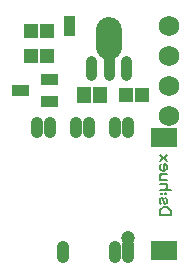
<source format=gbs>
G04 Layer: BottomSolderMaskLayer*
G04 EasyEDA v6.1.51, Sun, 16 Jun 2019 04:45:57 GMT*
G04 01268da5a8234bf897f73133ac2f115b,46bf6a40d4384fdb86bc8fc37bf60e4c,10*
G04 Gerber Generator version 0.2*
G04 Scale: 100 percent, Rotated: No, Reflected: No *
G04 Dimensions in millimeters *
G04 leading zeros omitted , absolute positions ,3 integer and 3 decimal *
%FSLAX33Y33*%
%MOMM*%
G90*
G71D02*

%ADD29C,0.150012*%
%ADD30C,1.727200*%
%ADD34R,1.203198X1.303198*%
%ADD36C,1.203198*%
%ADD37C,2.203196*%
%ADD38C,0.903199*%
%ADD39C,1.003198*%

%LPD*%
G54D37*
G01X8763Y18259D02*
G01X8763Y19759D01*
G54D38*
G01X8763Y15909D02*
G01X8763Y17309D01*
G01X7261Y15910D02*
G01X7261Y17109D01*
G01X10264Y15910D02*
G01X10264Y17109D01*
G54D39*
G01X10414Y1523D02*
G01X10414Y523D01*
G01X9314Y1323D02*
G01X9314Y523D01*
G01X4914Y1323D02*
G01X4914Y523D01*
G01X2713Y11083D02*
G01X2713Y11883D01*
G01X3813Y11083D02*
G01X3813Y11883D01*
G01X6013Y11083D02*
G01X6013Y11883D01*
G01X7114Y11083D02*
G01X7114Y11883D01*
G01X9313Y11083D02*
G01X9313Y11883D01*
G01X10414Y11083D02*
G01X10414Y11883D01*
G54D29*
G01X14035Y4071D02*
G01X13080Y4071D01*
G01X14035Y4071D02*
G01X14035Y4389D01*
G01X13990Y4526D01*
G01X13898Y4617D01*
G01X13807Y4663D01*
G01X13672Y4709D01*
G01X13444Y4709D01*
G01X13307Y4663D01*
G01X13218Y4617D01*
G01X13126Y4526D01*
G01X13080Y4389D01*
G01X13080Y4071D01*
G01X13581Y5506D02*
G01X13672Y5463D01*
G01X13715Y5326D01*
G01X13715Y5189D01*
G01X13672Y5054D01*
G01X13581Y5008D01*
G01X13489Y5054D01*
G01X13444Y5143D01*
G01X13398Y5372D01*
G01X13352Y5463D01*
G01X13263Y5506D01*
G01X13218Y5506D01*
G01X13126Y5463D01*
G01X13080Y5326D01*
G01X13080Y5189D01*
G01X13126Y5054D01*
G01X13218Y5008D01*
G01X13627Y5854D02*
G01X13581Y5808D01*
G01X13535Y5854D01*
G01X13581Y5897D01*
G01X13627Y5854D01*
G01X13307Y5854D02*
G01X13263Y5808D01*
G01X13218Y5854D01*
G01X13263Y5897D01*
G01X13307Y5854D01*
G01X14035Y6200D02*
G01X13080Y6200D01*
G01X13535Y6200D02*
G01X13672Y6334D01*
G01X13715Y6426D01*
G01X13715Y6563D01*
G01X13672Y6652D01*
G01X13535Y6697D01*
G01X13080Y6697D01*
G01X13715Y6997D02*
G01X13263Y6997D01*
G01X13126Y7043D01*
G01X13080Y7134D01*
G01X13080Y7272D01*
G01X13126Y7363D01*
G01X13263Y7498D01*
G01X13715Y7498D02*
G01X13080Y7498D01*
G01X13444Y7797D02*
G01X13444Y8343D01*
G01X13535Y8343D01*
G01X13627Y8298D01*
G01X13672Y8252D01*
G01X13715Y8163D01*
G01X13715Y8026D01*
G01X13672Y7934D01*
G01X13581Y7843D01*
G01X13444Y7797D01*
G01X13352Y7797D01*
G01X13218Y7843D01*
G01X13126Y7934D01*
G01X13080Y8026D01*
G01X13080Y8163D01*
G01X13126Y8252D01*
G01X13218Y8343D01*
G01X13715Y8643D02*
G01X13080Y9144D01*
G01X13715Y9144D02*
G01X13080Y8643D01*
G54D30*
G01X13843Y20066D03*
G01X13843Y17526D03*
G01X13843Y14986D03*
G01X13843Y12446D03*
G36*
G01X5034Y19240D02*
G01X5034Y20043D01*
G01X5887Y20043D01*
G01X5887Y19240D01*
G01X5034Y19240D01*
G37*
G36*
G01X5034Y20088D02*
G01X5034Y20891D01*
G01X5887Y20891D01*
G01X5887Y20088D01*
G01X5034Y20088D01*
G37*
G36*
G01X12359Y241D02*
G01X12359Y1844D01*
G01X14564Y1844D01*
G01X14564Y241D01*
G01X12359Y241D01*
G37*
G36*
G01X12359Y9839D02*
G01X12359Y11442D01*
G01X14564Y11442D01*
G01X14564Y9839D01*
G01X12359Y9839D01*
G37*
G36*
G01X6065Y13571D02*
G01X6065Y14876D01*
G01X7266Y14876D01*
G01X7266Y13571D01*
G01X6065Y13571D01*
G37*
G36*
G01X7465Y13571D02*
G01X7465Y14876D01*
G01X8666Y14876D01*
G01X8666Y13571D01*
G01X7465Y13571D01*
G37*
G54D34*
G01X11622Y14224D03*
G01X10222Y14224D03*
G01X3582Y17526D03*
G01X2183Y17526D03*
G01X3582Y19685D03*
G01X2183Y19685D03*
G36*
G01X563Y14152D02*
G01X563Y15057D01*
G01X2016Y15057D01*
G01X2016Y14152D01*
G01X563Y14152D01*
G37*
G36*
G01X3063Y13202D02*
G01X3063Y14107D01*
G01X4516Y14107D01*
G01X4516Y13202D01*
G01X3063Y13202D01*
G37*
G36*
G01X3063Y15102D02*
G01X3063Y16007D01*
G01X4516Y16007D01*
G01X4516Y15102D01*
G01X3063Y15102D01*
G37*
G54D36*
G01X10414Y2143D03*
M00*
M02*

</source>
